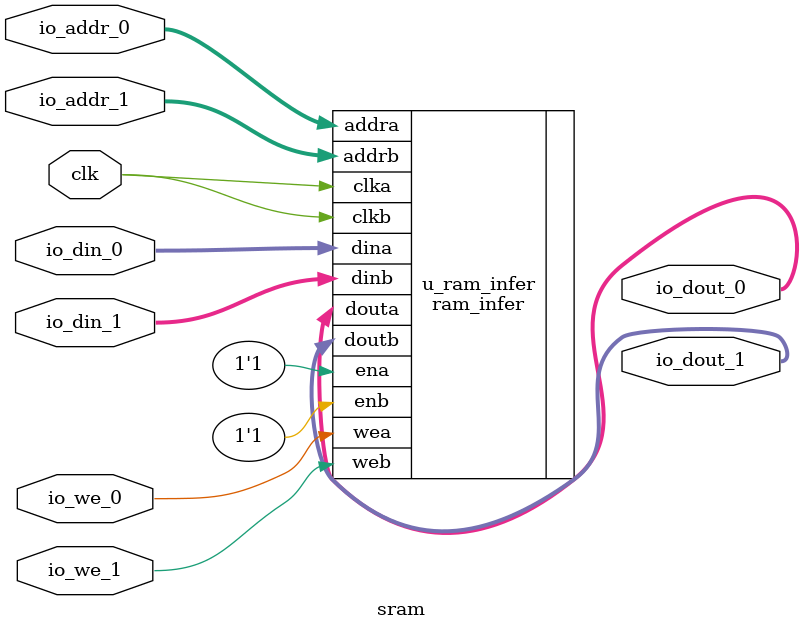
<source format=v>

`include "ram_infer.v"

module sram
  #(parameter
    WIDTH = 8,
    DEPTH = 64,
    LG_DEPTH = 6,
    INIT_VAL = 0
    )
  (input clk,
   input [WIDTH - 1:0] io_din_1,
   input [WIDTH - 1:0] io_din_0,
   output [WIDTH - 1:0] io_dout_1,
   output [WIDTH - 1:0] io_dout_0,
   input [LG_DEPTH - 1:0] io_addr_1,
   input [LG_DEPTH - 1:0] io_addr_0,
   input io_we_1,
   input io_we_0
   );

  ram_infer
    #(.WIDTH(WIDTH),
      .DEPTH(DEPTH),
      .LG_DEPTH(LG_DEPTH),
      .INIT_VAL(INIT_VAL)
      )
  u_ram_infer
    (.clka(clk),
     .clkb(clk),
     .wea(io_we_0),
     .web(io_we_1),
     .ena(1'b1),
     .enb(1'b1),
     .addra(io_addr_0),
     .addrb(io_addr_1),
     .dina(io_din_0),
     .dinb(io_din_1),
     .douta(io_dout_0),
     .doutb(io_dout_1)
     );

endmodule

</source>
